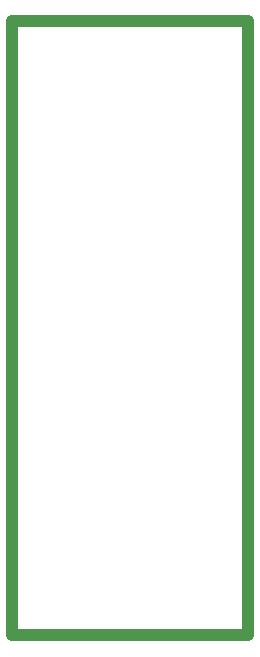
<source format=gko>
G04*
G04 #@! TF.GenerationSoftware,Altium Limited,Altium Designer,20.1.7 (139)*
G04*
G04 Layer_Color=16711935*
%FSLAX25Y25*%
%MOIN*%
G70*
G04*
G04 #@! TF.SameCoordinates,17503974-A5A2-4C32-8372-7ECB8DF3FFA4*
G04*
G04*
G04 #@! TF.FilePolarity,Positive*
G04*
G01*
G75*
%ADD26C,0.03937*%
D26*
X-35433Y-70866D02*
Y133858D01*
Y-70866D02*
X43307D01*
Y133858D01*
X-35433D02*
X43307D01*
M02*

</source>
